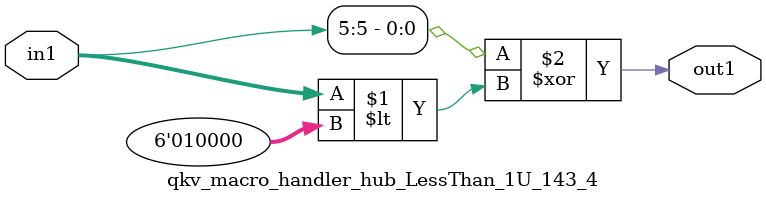
<source format=v>

`timescale 1ps / 1ps


module qkv_macro_handler_hub_LessThan_1U_143_4( in1, out1 );

    input [5:0] in1;
    output out1;

    
    // rtl_process:qkv_macro_handler_hub_LessThan_1U_143_4/qkv_macro_handler_hub_LessThan_1U_143_4_thread_1
    assign out1 = (in1[5] ^ in1 < 6'd16);

endmodule


</source>
